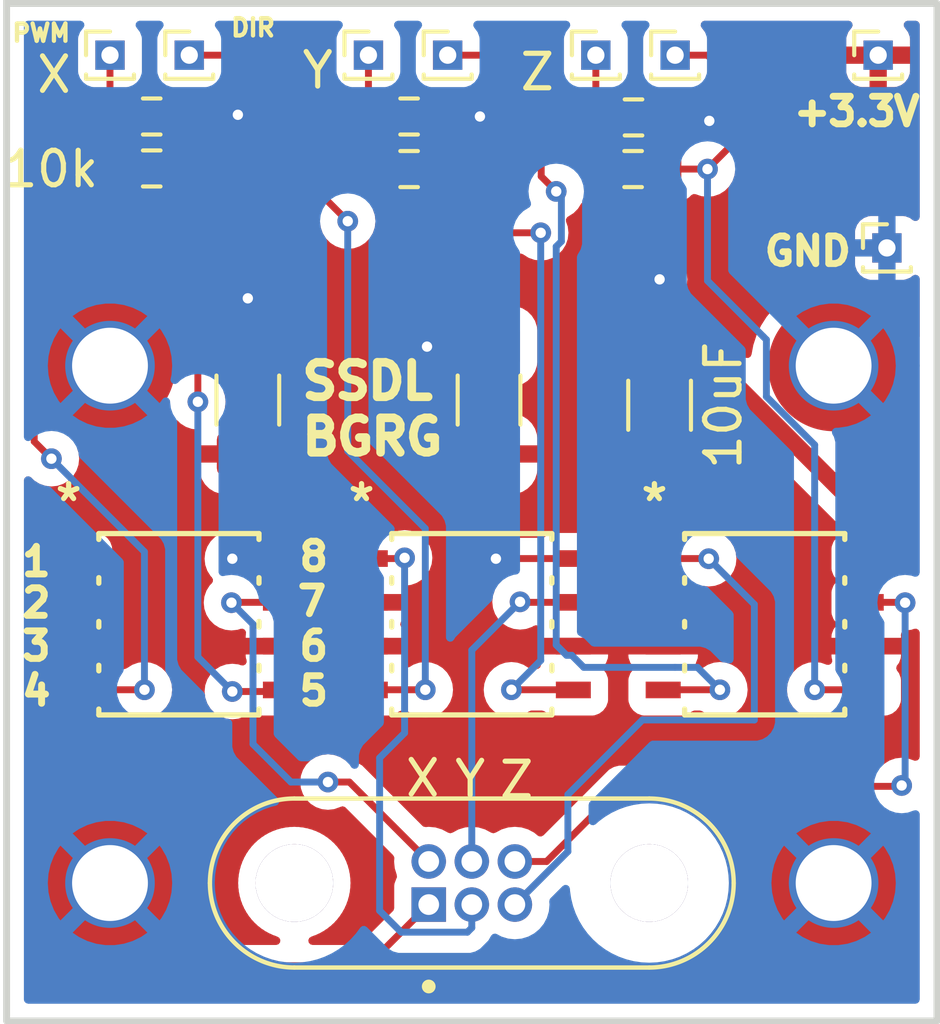
<source format=kicad_pcb>
(kicad_pcb
	(version 20240108)
	(generator "pcbnew")
	(generator_version "8.0")
	(general
		(thickness 1.6)
		(legacy_teardrops no)
	)
	(paper "A4")
	(layers
		(0 "F.Cu" signal)
		(31 "B.Cu" signal)
		(32 "B.Adhes" user "B.Adhesive")
		(33 "F.Adhes" user "F.Adhesive")
		(34 "B.Paste" user)
		(35 "F.Paste" user)
		(36 "B.SilkS" user "B.Silkscreen")
		(37 "F.SilkS" user "F.Silkscreen")
		(38 "B.Mask" user)
		(39 "F.Mask" user)
		(40 "Dwgs.User" user "User.Drawings")
		(41 "Cmts.User" user "User.Comments")
		(42 "Eco1.User" user "User.Eco1")
		(43 "Eco2.User" user "User.Eco2")
		(44 "Edge.Cuts" user)
		(45 "Margin" user)
		(46 "B.CrtYd" user "B.Courtyard")
		(47 "F.CrtYd" user "F.Courtyard")
		(48 "B.Fab" user)
		(49 "F.Fab" user)
		(50 "User.1" user)
		(51 "User.2" user)
		(52 "User.3" user)
		(53 "User.4" user)
		(54 "User.5" user)
		(55 "User.6" user)
		(56 "User.7" user)
		(57 "User.8" user)
		(58 "User.9" user)
	)
	(setup
		(pad_to_mask_clearance 0)
		(allow_soldermask_bridges_in_footprints no)
		(pcbplotparams
			(layerselection 0x00010fc_ffffffff)
			(plot_on_all_layers_selection 0x0000000_00000000)
			(disableapertmacros no)
			(usegerberextensions no)
			(usegerberattributes yes)
			(usegerberadvancedattributes yes)
			(creategerberjobfile yes)
			(dashed_line_dash_ratio 12.000000)
			(dashed_line_gap_ratio 3.000000)
			(svgprecision 4)
			(plotframeref no)
			(viasonmask no)
			(mode 1)
			(useauxorigin no)
			(hpglpennumber 1)
			(hpglpenspeed 20)
			(hpglpendiameter 15.000000)
			(pdf_front_fp_property_popups yes)
			(pdf_back_fp_property_popups yes)
			(dxfpolygonmode yes)
			(dxfimperialunits yes)
			(dxfusepcbnewfont yes)
			(psnegative no)
			(psa4output no)
			(plotreference yes)
			(plotvalue yes)
			(plotfptext yes)
			(plotinvisibletext no)
			(sketchpadsonfab no)
			(subtractmaskfromsilk no)
			(outputformat 1)
			(mirror no)
			(drillshape 1)
			(scaleselection 1)
			(outputdirectory "")
		)
	)
	(net 0 "")
	(net 1 "+3.3V")
	(net 2 "GND")
	(net 3 "Y_DIR_in")
	(net 4 "Y_PWM_in")
	(net 5 "Z_PWM_in")
	(net 6 "Z_DIR_in")
	(net 7 "X_PWM_in")
	(net 8 "X_DIR_in")
	(net 9 "Y_Torquer_Plus")
	(net 10 "Y_Torquer_minus")
	(net 11 "Z_Torquer_Plus")
	(net 12 "Z_Torquer_minus")
	(net 13 "X_Torquer_minus")
	(net 14 "X_Torquer_Plus")
	(footprint "Connector_PinHeader_1.00mm:PinHeader_1x01_P1.00mm_Vertical" (layer "F.Cu") (at 165.3 127))
	(footprint "Capacitor_SMD:C_1206_3216Metric_Pad1.33x1.80mm_HandSolder" (layer "F.Cu") (at 174 137 90))
	(footprint "G125-MV10605M2P:HARWIN_G125-MV10605M2P" (layer "F.Cu") (at 173.5 151.0032))
	(footprint "MountingHole:MountingHole_2.2mm_M2_DIN965_Pad_TopOnly" (layer "F.Cu") (at 184 151.0032))
	(footprint "Connector_PinHeader_1.00mm:PinHeader_1x01_P1.00mm_Vertical" (layer "F.Cu") (at 177.1 127))
	(footprint "Connector_PinHeader_1.00mm:PinHeader_1x01_P1.00mm_Vertical" (layer "F.Cu") (at 185.293 127))
	(footprint "Connector_PinHeader_1.00mm:PinHeader_1x01_P1.00mm_Vertical" (layer "F.Cu") (at 185.547 132.588))
	(footprint "Capacitor_SMD:C_1206_3216Metric_Pad1.33x1.80mm_HandSolder" (layer "F.Cu") (at 167 137 90))
	(footprint "Capacitor_SMD:C_1206_3216Metric_Pad1.33x1.80mm_HandSolder" (layer "F.Cu") (at 178.95 137.15 90))
	(footprint "MountingHole:MountingHole_2.2mm_M2_DIN965_Pad_TopOnly" (layer "F.Cu") (at 163 151.0032))
	(footprint "Resistor_SMD:R_0603_1608Metric_Pad0.98x0.95mm_HandSolder" (layer "F.Cu") (at 164.211 130.284 180))
	(footprint "Resistor_SMD:R_0603_1608Metric_Pad0.98x0.95mm_HandSolder" (layer "F.Cu") (at 178.181 130.302 180))
	(footprint "Connector_PinHeader_1.00mm:PinHeader_1x01_P1.00mm_Vertical" (layer "F.Cu") (at 172.8 127))
	(footprint "MountingHole:MountingHole_2.2mm_M2_DIN965_Pad_TopOnly" (layer "F.Cu") (at 184 136.0032))
	(footprint "Connector_PinHeader_1.00mm:PinHeader_1x01_P1.00mm_Vertical" (layer "F.Cu") (at 179.4 127))
	(footprint "footprints:SOP8_ROM" (layer "F.Cu") (at 165 143.5))
	(footprint "footprints:SOP8_ROM" (layer "F.Cu") (at 173.5 143.5))
	(footprint "MountingHole:MountingHole_2.2mm_M2_DIN965_Pad_TopOnly" (layer "F.Cu") (at 163 136.0032))
	(footprint "footprints:SOP8_ROM" (layer "F.Cu") (at 182 143.5))
	(footprint "Resistor_SMD:R_0603_1608Metric_Pad0.98x0.95mm_HandSolder" (layer "F.Cu") (at 164.211 128.778))
	(footprint "Connector_PinHeader_1.00mm:PinHeader_1x01_P1.00mm_Vertical" (layer "F.Cu") (at 163 127))
	(footprint "Connector_PinHeader_1.00mm:PinHeader_1x01_P1.00mm_Vertical" (layer "F.Cu") (at 170.5 127))
	(footprint "Resistor_SMD:R_0603_1608Metric_Pad0.98x0.95mm_HandSolder" (layer "F.Cu") (at 171.6805 128.778))
	(footprint "Resistor_SMD:R_0603_1608Metric_Pad0.98x0.95mm_HandSolder" (layer "F.Cu") (at 171.6805 130.302 180))
	(footprint "Resistor_SMD:R_0603_1608Metric_Pad0.98x0.95mm_HandSolder" (layer "F.Cu") (at 178.193 128.805))
	(gr_rect
		(start 160 125.5)
		(end 187 155.0032)
		(stroke
			(width 0.2)
			(type default)
		)
		(fill none)
		(layer "Edge.Cuts")
		(uuid "88988f1d-d29f-4f45-a68c-2a7b6e8c7d04")
	)
	(gr_text "2\n"
		(at 160.35 143.35 0)
		(layer "F.SilkS")
		(uuid "0259fa55-3850-4682-bafe-b5700d72ca69")
		(effects
			(font
				(size 0.8 0.8)
				(thickness 0.2)
				(bold yes)
			)
			(justify left bottom)
		)
	)
	(gr_text "X\n"
		(at 171.5 148.55 0)
		(layer "F.SilkS")
		(uuid "110cb6e2-8bcd-439e-8d50-03b4778d6494")
		(effects
			(font
				(size 1 1)
				(thickness 0.15)
			)
			(justify left bottom)
		)
	)
	(gr_text "PWM\n"
		(at 160.1 126.65 0)
		(layer "F.SilkS")
		(uuid "27f60b43-4800-42aa-932b-dbc93bf7868e")
		(effects
			(font
				(size 0.5 0.5)
				(thickness 0.125)
			)
			(justify left bottom)
		)
	)
	(gr_text "1"
		(at 160.35 142.15 0)
		(layer "F.SilkS")
		(uuid "3284df2c-27a4-45c2-9cbb-0281c732423e")
		(effects
			(font
				(size 0.8 0.8)
				(thickness 0.2)
				(bold yes)
			)
			(justify left bottom)
		)
	)
	(gr_text "8"
		(at 168.4 142 0)
		(layer "F.SilkS")
		(uuid "34ff3279-dfaf-4c66-861f-316da624f1bf")
		(effects
			(font
				(size 0.8 0.8)
				(thickness 0.2)
				(bold yes)
			)
			(justify left bottom)
		)
	)
	(gr_text "Y\n"
		(at 172.925 148.575 0)
		(layer "F.SilkS")
		(uuid "444d1261-51c2-4beb-9aae-d4bc047efef0")
		(effects
			(font
				(size 1 1)
				(thickness 0.15)
			)
			(justify left bottom)
		)
	)
	(gr_text "+3.3V"
		(at 182.75 129.1 0)
		(layer "F.SilkS")
		(uuid "47372a42-b550-45c5-b026-315101e80744")
		(effects
			(font
				(size 0.8 0.8)
				(thickness 0.2)
				(bold yes)
			)
			(justify left bottom)
		)
	)
	(gr_text "7"
		(at 168.35 143.3 0)
		(layer "F.SilkS")
		(uuid "5728bd13-b205-482f-bc4b-53d79850fb3e")
		(effects
			(font
				(size 0.8 0.8)
				(thickness 0.2)
				(bold yes)
			)
			(justify left bottom)
		)
	)
	(gr_text "3\n"
		(at 160.35 144.6 0)
		(layer "F.SilkS")
		(uuid "71d1d1c0-28bb-410a-8f62-d3bb06f2f8c6")
		(effects
			(font
				(size 0.8 0.8)
				(thickness 0.2)
				(bold yes)
			)
			(justify left bottom)
		)
	)
	(gr_text "X\n"
		(at 160.8 128.15 0)
		(layer "F.SilkS")
		(uuid "7d89e45b-1779-4d2d-a7d1-c2cdf029142a")
		(effects
			(font
				(size 1 1)
				(thickness 0.15)
			)
			(justify left bottom)
		)
	)
	(gr_text "SSDL \nBGRG "
		(at 168.45 138.65 0)
		(layer "F.SilkS")
		(uuid "aa5f303a-6ee3-4ae3-8664-473a7a5187aa")
		(effects
			(font
				(size 1 1)
				(thickness 0.25)
				(bold yes)
			)
			(justify left bottom)
		)
	)
	(gr_text "GND"
		(at 181.9 133.15 0)
		(layer "F.SilkS")
		(uuid "aae640d9-9aa1-417f-8bc6-f0e4dac96d79")
		(effects
			(font
				(size 0.8 0.8)
				(thickness 0.2)
				(bold yes)
			)
			(justify left bottom)
		)
	)
	(gr_text "5"
		(at 168.4 145.9 0)
		(layer "F.SilkS")
		(uuid "b6507938-2256-46fe-bed2-9b012e032df7")
		(effects
			(font
				(size 0.8 0.8)
				(thickness 0.2)
				(bold yes)
			)
			(justify left bottom)
		)
	)
	(gr_text "6\n"
		(at 168.4 144.6 0)
		(layer "F.SilkS")
		(uuid "bb7b5fa6-f6e8-4bc5-88c7-80bb220aef7d")
		(effects
			(font
				(size 0.8 0.8)
				(thickness 0.2)
				(bold yes)
			)
			(justify left bottom)
		)
	)
	(gr_text "4\n"
		(at 160.35 145.9 0)
		(layer "F.SilkS")
		(uuid "d043dc49-82a8-4ff9-8358-4ce08020278c")
		(effects
			(font
				(size 0.8 0.8)
				(thickness 0.2)
				(bold yes)
			)
			(justify left bottom)
		)
	)
	(gr_text "Z\n"
		(at 174.225 148.6 0)
		(layer "F.SilkS")
		(uuid "e787d211-7e58-47d4-992f-04acba03b7bc")
		(effects
			(font
				(size 1 1)
				(thickness 0.15)
			)
			(justify left bottom)
		)
	)
	(gr_text "Y\n"
		(at 168.5 128.025 0)
		(layer "F.SilkS")
		(uuid "f242539b-347d-42b4-97b0-2eff86b7edd7")
		(effects
			(font
				(size 1 1)
				(thickness 0.15)
			)
			(justify left bottom)
		)
	)
	(gr_text "DIR\n\n"
		(at 166.45 127.3 0)
		(layer "F.SilkS")
		(uuid "f38fc86d-0f55-4e10-8d74-0781b70c1bec")
		(effects
			(font
				(size 0.5 0.5)
				(thickness 0.125)
			)
			(justify left bottom)
		)
	)
	(gr_text "Z"
		(at 174.825 128.075 0)
		(layer "F.SilkS")
		(uuid "fb6f7ff5-92a7-40b4-9f52-d7ff2205c4eb")
		(effects
			(font
				(size 1 1)
				(thickness 0.15)
			)
			(justify left bottom)
		)
	)
	(segment
		(start 173.736 128.778)
		(end 172.593 128.778)
		(width 0.2)
		(layer "F.Cu")
		(net 2)
		(uuid "143ae8ae-9799-49e1-bb86-fc0085aa80bd")
	)
	(segment
		(start 173.9875 135.45)
		(end 174 135.4375)
		(width 0.2)
		(layer "F.Cu")
		(net 2)
		(uuid "180eed2d-0e48-41af-84ae-9ee633ba49b5")
	)
	(segment
		(start 172.2 135.45)
		(end 173.9875 135.45)
		(width 0.5)
		(layer "F.Cu")
		(net 2)
		(uuid "19b4bd8e-2463-4d9c-8ac1-a467e5473a2a")
	)
	(segment
		(start 180.1875 135.5875)
		(end 178.95 135.5875)
		(width 0.5)
		(layer "F.Cu")
		(net 2)
		(uuid "1c442a75-2dee-4cc8-b889-2aa77ba46bd6")
	)
	(segment
		(start 180.393 128.905)
		(end 178.943 128.905)
		(width 0.2)
		(layer "F.Cu")
		(net 2)
		(uuid "283a2566-80e3-4f48-b659-9b3afbe9bc87")
	)
	(segment
		(start 178.7655 128.805)
		(end 177.2685 130.302)
		(width 0.2)
		(layer "F.Cu")
		(net 2)
		(uuid "29e9e514-2e45-4ba9-aebe-179dc2b240d0")
	)
	(segment
		(start 184.9464 140.3464)
		(end 180.1875 135.5875)
		(width 0.5)
		(layer "F.Cu")
		(net 2)
		(uuid "2e17a3d7-07c7-4e37-8c99-894385b07b84")
	)
	(segment
		(start 165.1235 128.778)
		(end 164.8045 128.778)
		(width 0.2)
		(layer "F.Cu")
		(net 2)
		(uuid "2ffefbec-0035-4252-a5b3-d96dfd66d91e")
	)
	(segment
		(start 184.9464 141.595)
		(end 184.9464 140.3464)
		(width 0.5)
		(layer "F.Cu")
		(net 2)
		(uuid "3796965b-11f6-4dd6-b762-2cef74ba18db")
	)
	(segment
		(start 166.711 128.728)
		(end 165.1735 128.728)
		(width 0.2)
		(layer "F.Cu")
		(net 2)
		(uuid "4506cf7f-a80d-4c20-8b06-9f7973499430")
	)
	(segment
		(start 178.95 135.5875)
		(end 178.95 133.5)
		(width 0.5)
		(layer "F.Cu")
		(net 2)
		(uuid "482ff9b3-f811-4146-9678-0f8c1ad35cd2")
	)
	(segment
		(start 178.943 128.905)
		(end 178.893 128.955)
		(width 0.2)
		(layer "F.Cu")
		(net 2)
		(uuid "555c476e-c416-45b9-8e02-d51afe2d67a5")
	)
	(segment
		(start 165.1735 128.728)
		(end 165.1235 128.778)
		(width 0.2)
		(layer "F.Cu")
		(net 2)
		(uuid "8a8896c8-f059-4138-961b-4fb1ca21a03b")
	)
	(segment
		(start 164.8045 128.778)
		(end 163.2985 130.284)
		(width 0.2)
		(layer "F.Cu")
		(net 2)
		(uuid "a5e90e08-aae5-4967-9264-436a3742a275")
	)
	(segment
		(start 167.9414 141.6)
		(end 167.9464 141.595)
		(width 0.2)
		(layer "F.Cu")
		(net 2)
		(uuid "aec7db20-ca49-4504-a1cc-5c4d0cc83601")
	)
	(segment
		(start 172.593 128.778)
		(end 171.069 130.302)
		(width 0.2)
		(layer "F.Cu")
		(net 2)
		(uuid "cd09f81f-b431-4e55-9cd3-7b582c5eef66")
	)
	(segment
		(start 174.205 141.595)
		(end 176.4464 141.595)
		(width 0.2)
		(layer "F.Cu")
		(net 2)
		(uuid "d89369a8-29fb-43b8-ae9e-ba986f36a58c")
	)
	(segment
		(start 174.2 141.6)
		(end 174.205 141.595)
		(width 0.2)
		(layer "F.Cu")
		(net 2)
		(uuid "e621f72f-d499-4ceb-b0b3-1d4689968c99")
	)
	(segment
		(start 179.1055 128.805)
		(end 178.7655 128.805)
		(width 0.2)
		(layer "F.Cu")
		(net 2)
		(uuid "e6ae2855-b3d5-4d64-950b-75587cb6a5c5")
	)
	(segment
		(start 171.069 130.302)
		(end 170.768 130.302)
		(width 0.2)
		(layer "F.Cu")
		(net 2)
		(uuid "ececf2a2-a0ee-47cc-9dfc-e23e1c85270f")
	)
	(segment
		(start 166.55 141.6)
		(end 167.9414 141.6)
		(width 0.2)
		(layer "F.Cu")
		(net 2)
		(uuid "f274671f-6fc0-4cb5-8205-ea2a95872ab3")
	)
	(segment
		(start 167 135.4375)
		(end 167 134.05)
		(width 0.5)
		(layer "F.Cu")
		(net 2)
		(uuid "fd1e69f0-28ae-47bc-b988-a876ed4c81bc")
	)
	(via
		(at 178.95 133.5)
		(size 0.6)
		(drill 0.3)
		(layers "F.Cu" "B.Cu")
		(net 2)
		(uuid "034530f2-3a89-4ded-9ad7-b3c53892271d")
	)
	(via
		(at 166.711 128.728)
		(size 0.6)
		(drill 0.3)
		(layers "F.Cu" "B.Cu")
		(free yes)
		(net 2)
		(uuid "20d975e0-b031-45f0-8259-2d40b1ee2807")
	)
	(via
		(at 167 134.05)
		(size 0.6)
		(drill 0.3)
		(layers "F.Cu" "B.Cu")
		(net 2)
		(uuid "51034606-3dd1-4a61-bd08-108ad34e0311")
	)
	(via
		(at 172.2 135.45)
		(size 0.6)
		(drill 0.3)
		(layers "F.Cu" "B.Cu")
		(free yes)
		(net 2)
		(uuid "64b6d159-a226-4da9-b088-704e88529f2c")
	)
	(via
		(at 166.55 141.6)
		(size 0.6)
		(drill 0.3)
		(layers "F.Cu" "B.Cu")
		(free yes)
		(net 2)
		(uuid "7ceccf1c-f0c6-4a4c-bab8-418f9f7c671a")
	)
	(via
		(at 180.393 128.905)
		(size 0.6)
		(drill 0.3)
		(layers "F.Cu" "B.Cu")
		(free yes)
		(net 2)
		(uuid "85db1c34-3493-4793-a0d4-d964731c0534")
	)
	(via
		(at 174.2 141.6)
		(size 0.6)
		(drill 0.3)
		(layers "F.Cu" "B.Cu")
		(free yes)
		(net 2)
		(uuid "9e011ff1-390a-48c8-820d-fa83d93bee35")
	)
	(via
		(at 173.736 128.778)
		(size 0.6)
		(drill 0.3)
		(layers "F.Cu" "B.Cu")
		(free yes)
		(net 2)
		(uuid "f94d0f02-f38e-4767-ae45-a8c0d159058d")
	)
	(segment
		(start 186.3968 136.0032)
		(end 186.4 136)
		(width 0.2)
		(layer "B.Cu")
		(net 2)
		(uuid "332d6061-e610-48b1-96da-ae37f56cb6d1")
	)
	(segment
		(start 172.593 130.302)
		(end 172.593 131.191)
		(width 0.2)
		(layer "F.Cu")
		(net 3)
		(uuid "09d1e59d-a2f9-4651-a05f-fb8b8d201ec7")
	)
	(segment
		(start 174.371 127)
		(end 174.879 127.508)
		(width 0.2)
		(layer "F.Cu")
		(net 3)
		(uuid "0ba726f3-8968-405d-808b-c68107255b28")
	)
	(segment
		(start 173.99 130.302)
		(end 172.593 130.302)
		(width 0.2)
		(layer "F.Cu")
		(net 3)
		(uuid "120a4f05-edd5-465c-98ae-8729c1df5214")
	)
	(segment
		(start 174.879 129.413)
		(end 173.99 130.302)
		(width 0.2)
		(layer "F.Cu")
		(net 3)
		(uuid "17b0e1e4-df82-461b-b1d2-e69cdf9944db")
	)
	(segment
		(start 174.879 127.508)
		(end 174.879 129.413)
		(width 0.2)
		(layer "F.Cu")
		(net 3)
		(uuid "2249e9f3-8bb5-4ff4-ac76-292bbe9eeafe")
	)
	(segment
		(start 172.593 131.191)
		(end 173.552 132.15)
		(width 0.2)
		(layer "F.Cu")
		(net 3)
		(uuid "2b72e1e3-52fe-40c0-a171-16ff01ce6032")
	)
	(segment
		(start 172.8 127)
		(end 174.371 127)
		(width 0.2)
		(layer "F.Cu")
		(net 3)
		(uuid "52ffcdb8-851d-4403-bee6-31a1f79056e3")
	)
	(segment
		(start 174.65 145.4)
		(end 176.4414 145.4)
		(width 0.2)
		(layer "F.Cu")
		(net 3)
		(uuid "53a440b0-a69f-491e-af47-5d30d7aae0c8")
	)
	(segment
		(start 173.552 132.15)
		(end 175.5 132.15)
		(width 0.2)
		(layer "F.Cu")
		(net 3)
		(uuid "90258b63-b5aa-4b01-8638-a0f29c657de4")
	)
	(segment
		(start 176.4414 145.4)
		(end 176.4464 145.405)
		(width 0.2)
		(layer "F.Cu")
		(net 3)
		(uuid "a9c69759-9705-42d6-992f-4f2482ae6036")
	)
	(via
		(at 175.5 132.15)
		(size 0.6)
		(drill 0.3)
		(layers "F.Cu" "B.Cu")
		(net 3)
		(uuid "1e5f420e-b1ae-4eb8-8900-9b485ad88188")
	)
	(via
		(at 174.65 145.4)
		(size 0.6)
		(drill 0.3)
		(layers "F.Cu" "B.Cu")
		(net 3)
		(uuid "907bd23a-eb4c-46f1-b1a6-47be216e5a9e")
	)
	(segment
		(start 175.5 132.15)
		(end 175.5 144.55)
		(width 0.2)
		(layer "B.Cu")
		(net 3)
		(uuid "17e90177-66a4-4412-8be3-01b692aa91eb")
	)
	(segment
		(start 175.5 144.55)
		(end 174.65 145.4)
		(width 0.2)
		(layer "B.Cu")
		(net 3)
		(uuid "cfbd2074-3f77-44b3-a878-6e21d0bb9df9")
	)
	(segment
		(start 170.768 128.778)
		(end 169.926 128.778)
		(width 0.2)
		(layer "F.Cu")
		(net 4)
		(uuid "37c94e7b-b412-4bde-b691-92f9e158edc1")
	)
	(segment
		(start 170.5 128.51)
		(end 170.768 128.778)
		(width 0.2)
		(layer "F.Cu")
		(net 4)
		(uuid "40f43611-679b-4142-825f-5800734ee4fb")
	)
	(segment
		(start 169.291 129.413)
		(end 169.291 131.204524)
		(width 0.2)
		(layer "F.Cu")
		(net 4)
		(uuid "4dd3921b-81f1-4118-8e15-8ad819336eaa")
	)
	(segment
		(start 172.15 145.4)
		(end 170.5586 145.4)
		(width 0.2)
		(layer "F.Cu")
		(net 4)
		(uuid "6f33c732-b806-4603-8c2e-bf9aa6687131")
	)
	(segment
		(start 170.5 127)
		(end 170.5 128.51)
		(width 0.2)
		(layer "F.Cu")
		(net 4)
		(uuid "7367f3f9-a6e9-4c66-839d-ab5d8e9aebfc")
	)
	(segment
		(start 169.926 128.778)
		(end 169.291 129.413)
		(width 0.2)
		(layer "F.Cu")
		(net 4)
		(uuid "79ed1aa5-b54d-4dfc-bfd8-882c29d84aac")
	)
	(segment
		(start 170.5586 145.4)
		(end 170.5536 145.405)
		(width 0.2)
		(layer "F.Cu")
		(net 4)
		(uuid "90d893ab-b3c3-4e32-b2c9-569f15743124")
	)
	(segment
		(start 169.291 131.204524)
		(end 169.9 131.813524)
		(width 0.2)
		(layer "F.Cu")
		(net 4)
		(uuid "c32e6b92-d70c-44fe-b545-22ec80f167e7")
	)
	(via
		(at 169.9 131.813524)
		(size 0.6)
		(drill 0.3)
		(layers "F.Cu" "B.Cu")
		(net 4)
		(uuid "32a3c61d-3bf0-4153-a8eb-a0fb7a8d6bbf")
	)
	(via
		(at 172.15 145.4)
		(size 0.6)
		(drill 0.3)
		(layers "F.Cu" "B.Cu")
		(net 4)
		(uuid "f59f9519-84a7-4cdb-a846-7900489f2323")
	)
	(segment
		(start 172.15 140.725)
		(end 169.9 138.475)
		(width 0.2)
		(layer "B.Cu")
		(net 4)
		(uuid "144d8446-a202-4595-b1af-c43f61834285")
	)
	(segment
		(start 169.9 131.813524)
		(end 169.9 138.475)
		(width 0.2)
		(layer "B.Cu")
		(net 4)
		(uuid "c1b75b08-1323-443a-95e3-c6444cb94d2f")
	)
	(segment
		(start 172.15 145.4)
		(end 172.15 140.725)
		(width 0.2)
		(layer "B.Cu")
		(net 4)
		(uuid "cb0cb438-0277-4b1d-b509-acc01c1062f8")
	)
	(segment
		(start 175.514 129.667)
		(end 175.514 130.514)
		(width 0.2)
		(layer "F.Cu")
		(net 5)
		(uuid "0afe8000-5c3c-4f73-bec4-9458dca4e5d4")
	)
	(segment
		(start 177.1 128.85)
		(end 177.4 129.15)
		(width 0.2)
		(layer "F.Cu")
		(net 5)
		(uuid "489ee6aa-281b-4609-ad4f-90ba2fe6c798")
	)
	(segment
		(start 179.0586 145.4)
		(end 179.0536 145.405)
		(width 0.2)
		(layer "F.Cu")
		(net 5)
		(uuid "49da7d5f-ff17-4d18-b85c-05c4d2430cff")
	)
	(segment
		(start 175.514 130.514)
		(end 175.95 130.95)
		(width 0.2)
		(layer "F.Cu")
		(net 5)
		(uuid "56290502-a01f-40b5-89fa-64d2df4b1563")
	)
	(segment
		(start 177.1 128.6245)
		(end 177.2805 128.805)
		(width 0.2)
		(layer "F.Cu")
		(net 5)
		(uuid "74f30a17-1e52-4f54-902d-1055eebb4509")
	)
	(segment
		(start 177.1 127)
		(end 177.1 128.6245)
		(width 0.2)
		(layer "F.Cu")
		(net 5)
		(uuid "d3c917da-15e3-4c69-8385-ffb7d770b75e")
	)
	(segment
		(start 177.2805 128.805)
		(end 176.376 128.805)
		(width 0.2)
		(layer "F.Cu")
		(net 5)
		(uuid "d655349e-7a14-4589-9ec9-a86c1623c892")
	)
	(segment
		(start 176.376 128.805)
		(end 175.514 129.667)
		(width 0.2)
		(layer "F.Cu")
		(net 5)
		(uuid "e6e87f55-99f8-4f9c-b26d-e2cbfd6d9bbe")
	)
	(segment
		(start 180.7 145.4)
		(end 179.0586 145.4)
		(width 0.2)
		(layer "F.Cu")
		(net 5)
		(uuid "ed71b605-5986-4c3b-b2c1-ceb42b203b50")
	)
	(via
		(at 175.95 130.95)
		(size 0.6)
		(drill 0.3)
		(layers "F.Cu" "B.Cu")
		(net 5)
		(uuid "df879a67-5d46-45b6-b668-7f07a2c80ba1")
	)
	(via
		(at 180.7 145.4)
		(size 0.6)
		(drill 0.3)
		(layers "F.Cu" "B.Cu")
		(net 5)
		(uuid "e17488e6-82eb-451f-972e-057d994fb957")
	)
	(segment
		(start 175.95 130.95)
		(end 176.1 131.1)
		(width 0.2)
		(layer "B.Cu")
		(net 5)
		(uuid "0570963b-f6a7-41a6-9af3-8735ebe5eed7")
	)
	(segment
		(start 176.75 144.75)
		(end 179.4 144.75)
		(width 0.2)
		(layer "B.Cu")
		(net 5)
		(uuid "198365c5-ea24-4fcf-a6ae-6185a9007763")
	)
	(segment
		(start 175.95 132.548529)
		(end 175.95 144.1)
		(width 0.2)
		(layer "B.Cu")
		(net 5)
		(uuid "1f157779-0ac2-4a68-aae4-e5c067fae02b")
	)
	(segment
		(start 176.25 144.4)
		(end 176.4 144.4)
		(width 0.2)
		(layer "B.Cu")
		(net 5)
		(uuid "60a6f94f-11a3-4a5d-bf30-26d12b243ee3")
	)
	(segment
		(start 176.4 144.4)
		(end 176.75 144.75)
		(width 0.2)
		(layer "B.Cu")
		(net 5)
		(uuid "a3aa8871-ae00-4cb8-9794-664e6c59192b")
	)
	(segment
		(start 176.1 132.398529)
		(end 175.95 132.548529)
		(width 0.2)
		(layer "B.Cu")
		(net 5)
		(uuid "a8b78410-3da7-4279-8d03-dac565a3bdb8")
	)
	(segment
		(start 175.95 144.1)
		(end 176.25 144.4)
		(width 0.2)
		(layer "B.Cu")
		(net 5)
		(uuid "c9f5874b-f54b-41c9-97f4-9828651096c2")
	)
	(segment
		(start 179.4 144.75)
		(end 180.05 144.75)
		(width 0.2)
		(layer "B.Cu")
		(net 5)
		(uuid "dc003cae-4008-4655-94ee-84b289cc90a3")
	)
	(segment
		(start 176.1 131.1)
		(end 176.1 132.398529)
		(width 0.2)
		(layer "B.Cu")
		(net 5)
		(uuid "f798f0f8-2ed3-4543-b7c6-d86a83cc3eac")
	)
	(segment
		(start 180.05 144.75)
		(end 180.7 145.4)
		(width 0.2)
		(layer "B.Cu")
		(net 5)
		(uuid "fd5b2c95-d157-4d6f-a997-a4948ca95e37")
	)
	(segment
		(start 180.34 127)
		(end 181.61 128.27)
		(width 0.2)
		(layer "F.Cu")
		(net 6)
		(uuid "11266225-bba5-46c6-9d49-93cf3ba47ee3")
	)
	(segment
		(start 179.0935 130.302)
		(end 180.34 130.302)
		(width 0.2)
		(layer "F.Cu")
		(net 6)
		(uuid "42e27766-cb77-43ab-881b-1746c2becb31")
	)
	(segment
		(start 181.61 129.032)
		(end 180.34 130.302)
		(width 0.2)
		(layer "F.Cu")
		(net 6)
		(uuid "44c7eb94-b5a6-4f22-9535-def11b0b657d")
	)
	(segment
		(start 179.4 127)
		(end 180.34 127)
		(width 0.2)
		(layer "F.Cu")
		(net 6)
		(uuid "4f2a5dee-b0de-4e82-afc9-3a782663a3de")
	)
	(segment
		(start 181.61 128.27)
		(end 181.61 129.032)
		(width 0.2)
		(layer "F.Cu")
		(net 6)
		(uuid "7f15147c-359e-4e88-9651-5a452a739e17")
	)
	(segment
		(start 184.9414 145.4)
		(end 184.9464 145.405)
		(width 0.2)
		(layer "F.Cu")
		(net 6)
		(uuid "cdb8aecd-b6e9-4738-89bb-9ee0b527f204")
	)
	(segment
		(start 183.45 145.4)
		(end 184.9414 145.4)
		(width 0.2)
		(layer "F.Cu")
		(net 6)
		(uuid "d0cbcf74-bb96-42b6-a04b-400d0ed88964")
	)
	(via
		(at 183.45 145.4)
		(size 0.6)
		(drill 0.3)
		(layers "F.Cu" "B.Cu")
		(net 6)
		(uuid "620d15aa-6671-41fd-a26c-08b00ed533d9")
	)
	(via
		(at 180.34 130.302)
		(size 0.6)
		(drill 0.3)
		(layers "F.Cu" "B.Cu")
		(net 6)
		(uuid "b04edfee-3177-4cbc-bc24-a10db8a480ff")
	)
	(segment
		(start 183.45 138.3)
		(end 183.45 145.4)
		(width 0.2)
		(layer "B.Cu")
		(net 6)
		(uuid "1855d50b-c926-4e60-b198-fd5508fc9797")
	)
	(segment
		(start 182.05 136.9)
		(end 183.45 138.3)
		(width 0.2)
		(layer "B.Cu")
		(net 6)
		(uuid "3d1b9c36-ff9c-4dc8-81e4-6d101b67aafb")
	)
	(segment
		(start 182.05 135.25)
		(end 182.05 136.9)
		(width 0.2)
		(layer "B.Cu")
		(net 6)
		(uuid "8f2103d5-f098-4a7c-90b8-cf353c56b546")
	)
	(segment
		(start 180.34 130.302)
		(end 180.34 133.54)
		(width 0.2)
		(layer "B.Cu")
		(net 6)
		(uuid "9c581f3f-9d2f-4c48-82ab-74cbd6423f00")
	)
	(segment
		(start 181.9595 135.1595)
		(end 182.05 135.25)
		(width 0.2)
		(layer "B.Cu")
		(net 6)
		(uuid "b016a403-b791-49ff-8a14-10f1727c241b")
	)
	(segment
		(start 180.34 133.54)
		(end 181.9595 135.1595)
		(width 0.2)
		(layer "B.Cu")
		(net 6)
		(uuid "dac00aa1-3599-4a58-ae5c-f81871527d10")
	)
	(segment
		(start 163 127)
		(end 163 128.4795)
		(width 0.2)
		(layer "F.Cu")
		(net 7)
		(uuid "01202b2b-50d4-4591-9c53-9a94dd323aef")
	)
	(segment
		(start 160.8 130.411)
		(end 160.8 138.2)
		(width 0.2)
		(layer "F.Cu")
		(net 7)
		(uuid "09592e70-9eb9-4295-8105-ebcc58a4db9d")
	)
	(segment
		(start 163.2985 128.778)
		(end 162.433 128.778)
		(width 0.2)
		(layer "F.Cu")
		(net 7)
		(uuid "3c6f0de3-a502-4bc5-8bbe-9ca558ee4923")
	)
	(segment
		(start 163 128.4795)
		(end 163.2985 128.778)
		(width 0.2)
		(layer "F.Cu")
		(net 7)
		(uuid "4260dd3b-c7cd-494b-82f9-00b1866dd785")
	)
	(segment
		(start 162.0586 145.4)
		(end 162.0536 145.405)
		(width 0.2)
		(layer "F.Cu")
		(net 7)
		(uuid "525d600e-86ad-4348-ad74-85941e63aece")
	)
	(segment
		(start 162.433 128.778)
		(end 160.8 130.411)
		(width 0.2)
		(layer "F.Cu")
		(net 7)
		(uuid "857a83ca-3224-4be2-8438-a7266eb85290")
	)
	(segment
		(start 164 145.4)
		(end 162.0586 145.4)
		(width 0.2)
		(layer "F.Cu")
		(net 7)
		(uuid "e229b71b-b0a6-423e-ac71-44086b035543")
	)
	(segment
		(start 160.8 138.2)
		(end 161.3 138.7)
		(width 0.2)
		(layer "F.Cu")
		(net 7)
		(uuid "e406fb30-1189-4d04-ad73-91d4c5572b53")
	)
	(via
		(at 161.3 138.7)
		(size 0.6)
		(drill 0.3)
		(layers "F.Cu" "B.Cu")
		(net 7)
		(uuid "1fcc5f91-a1e8-4687-bc9f-cb228ad29f73")
	)
	(via
		(at 164 145.4)
		(size 0.6)
		(drill 0.3)
		(layers "F.Cu" "B.Cu")
		(net 7)
		(uuid "80fd65c2-215e-4424-9213-61fca40edd4d")
	)
	(segment
		(start 161.3 138.7)
		(end 164 141.4)
		(width 0.2)
		(layer "B.Cu")
		(net 7)
		(uuid "90433e4a-bbe2-4a7d-b4c7-d365e51f0e98")
	)
	(segment
		(start 164 141.4)
		(end 164 145.4)
		(width 0.2)
		(layer "B.Cu")
		(net 7)
		(uuid "c7dbc0cd-6a06-4b72-b2b7-7beea6e588eb")
	)
	(segment
		(start 167.386 130.302)
		(end 167.368 130.284)
		(width 0.2)
		(layer "F.Cu")
		(net 8)
		(uuid "1c906172-3286-473d-a6f5-a65c7bbd90d7")
	)
	(segment
		(start 165.1235 135.408244)
		(end 165.55 135.834744)
		(width 0.2)
		(layer "F.Cu")
		(net 8)
		(uuid "24ad1e4c-94f0-4aca-a23f-b4c68e6fb180")
	)
	(segment
		(start 166.85 127)
		(end 168.15 128.3)
		(width 0.2)
		(layer "F.Cu")
		(net 8)
		(uuid "2cf883ff-fde8-445a-9ffb-814c85ce0017")
	)
	(segment
		(start 165.3 127)
		(end 166.85 127)
		(width 0.2)
		(layer "F.Cu")
		(net 8)
		(uuid "31d0b06e-a1d6-4d20-801d-f786071ff73b")
	)
	(segment
		(start 165.55 135.834744)
		(end 165.55 137.05)
		(width 0.2)
		(layer "F.Cu")
		(net 8)
		(uuid "57882812-4081-47c9-91fd-c2322954cc0e")
	)
	(segment
		(start 168.15 129.538)
		(end 167.386 130.302)
		(width 0.2)
		(layer "F.Cu")
		(net 8)
		(uuid "5b678183-8676-4852-adb9-1d941079c20d")
	)
	(segment
		(start 166.55 145.45)
		(end 167.9014 145.45)
		(width 0.2)
		(layer "F.Cu")
		(net 8)
		(uuid "8a75aaaa-1a00-43ea-955b-7ee798538cc8")
	)
	(segment
		(start 167.368 130.284)
		(end 165.1235 130.284)
		(width 0.2)
		(layer "F.Cu")
		(net 8)
		(uuid "ab7cb1c9-cb17-4c92-b6d2-d1724b904b5b")
	)
	(segment
		(start 168.15 128.3)
		(end 168.15 129.538)
		(width 0.2)
		(layer "F.Cu")
		(net 8)
		(uuid "b04b8086-82b3-4ce7-930d-7c6e6b4e0e26")
	)
	(segment
		(start 165.1235 130.284)
		(end 165.1235 135.408244)
		(width 0.2)
		(layer "F.Cu")
		(net 8)
		(uuid "bfe3f580-9660-4376-a8fd-70214cc1764e")
	)
	(segment
		(start 167.9014 145.45)
		(end 167.9464 145.405)
		(width 0.2)
		(layer "F.Cu")
		(net 8)
		(uuid "c96c9925-d29e-4ae5-80bd-86728b3ab2b2")
	)
	(segment
		(start 165.5 137)
		(end 165.55 137.05)
		(width 0.2)
		(layer "F.Cu")
		(net 8)
		(uuid "f2786f18-b962-4db2-9ca8-755fa9d00cb3")
	)
	(via
		(at 166.55 145.45)
		(size 0.6)
		(drill 0.3)
		(layers "F.Cu" "B.Cu")
		(net 8)
		(uuid "e306f31a-f4d7-4b60-8038-59068abf7c7e")
	)
	(via
		(at 165.55 137.05)
		(size 0.6)
		(drill 0.3)
		(layers "F.Cu" "B.Cu")
		(net 8)
		(uuid "fbae2657-3b11-4c5e-8921-374008301b56")
	)
	(segment
		(start 165.55 144.45)
		(end 166.55 145.45)
		(width 0.2)
		(layer "B.Cu")
		(net 8)
		(uuid "33d7af49-368b-47e1-ab7c-254396003178")
	)
	(segment
		(start 165.55 137.05)
		(end 165.55 144.45)
		(width 0.2)
		(layer "B.Cu")
		(net 8)
		(uuid "624c392e-8ae4-4892-88e9-a718691c6ed2")
	)
	(segment
		(start 170.5536 141.595)
		(end 170.92 141.595)
		(width 0.2)
		(layer "F.Cu")
		(net 9)
		(uuid "45a59984-bf3b-48c0-9846-634b91a9676e")
	)
	(segment
		(start 171.53 141.595)
		(end 171.55 141.575)
		(width 0.2)
		(layer "F.Cu")
		(net 9)
		(uuid "a831fd35-d116-43ac-82d6-f0fadb3c6413")
	)
	(segment
		(start 170.5536 141.595)
		(end 171.53 141.595)
		(width 0.2)
		(layer "F.Cu")
		(net 9)
		(uuid "ca5833c0-6371-43b5-9e20-b0134e0a65a5")
	)
	(via
		(at 171.55 141.575)
		(size 0.6)
		(drill 0.3)
		(layers "F.Cu" "B.Cu")
		(net 9)
		(uuid "530f6a4f-6f38-4ac6-a2e6-56d2fec5247b")
	)
	(segment
		(start 170.824265 151.802465)
		(end 171.45 152.4282)
		(width 0.2)
		(layer "B.Cu")
		(net 9)
		(uuid "7fbc4b8d-417d-496b-884d-702ee77672ee")
	)
	(segment
		(start 173.3718 152.4282)
		(end 173.5 152.3)
		(width 0.2)
		(layer "B.Cu")
		(net 9)
		(uuid "893a816a-4a2d-4383-a2e7-ec0c2b7f41f9")
	)
	(segment
		(start 171.55 146.65)
		(end 170.824265 147.375735)
		(width 0.2)
		(layer "B.Cu")
		(net 9)
		(uuid "a4e67fe1-32f6-459d-8485-d70a75fbedc4")
	)
	(segment
		(start 171.55 141.575)
		(end 171.55 146.65)
		(width 0.2)
		(layer "B.Cu")
		(net 9)
		(uuid "c2ee721f-bc5c-409c-953c-5d5f98c41f46")
	)
	(segment
		(start 171.45 152.4282)
		(end 173.3718 152.4282)
		(width 0.2)
		(layer "B.Cu")
		(net 9)
		(uuid "de5d1f59-850d-4e37-b138-6532cbbd981e")
	)
	(segment
		(start 170.824265 147.375735)
		(end 170.824265 151.802465)
		(width 0.2)
		(layer "B.Cu")
		(net 9)
		(uuid "e72e7faf-5d8c-42a1-a216-478d7bee1907")
	)
	(segment
		(start 173.5 152.3)
		(end 173.5 151.6282)
		(width 0.2)
		(layer "B.Cu")
		(net 9)
		(uuid "eca3c21a-dfc8-4a1b-a759-ecd263af2eb5")
	)
	(segment
		(start 174.915 142.865)
		(end 174.9 142.85)
		(width 0.2)
		(layer "F.Cu")
		(net 10)
		(uuid "1d402b22-8446-4e3b-a27c-490f59008b73")
	)
	(segment
		(start 176.4464 142.865)
		(end 174.915 142.865)
		(width 0.2)
		(layer "F.Cu")
		(net 10)
		(uuid "a1665caf-0001-4fc4-a61e-40884fe30e93")
	)
	(via
		(at 174.9 142.85)
		(size 0.6)
		(drill 0.3)
		(layers "F.Cu" "B.Cu")
		(net 10)
		(uuid "b9168439-aa14-4925-b83d-df066dac4943")
	)
	(segment
		(start 173.5 144.25)
		(end 173.5 150.3782)
		(width 0.2)
		(layer "B.Cu")
		(net 10)
		(uuid "38298666-f0cc-4c24-8275-6c356bf2fc43")
	)
	(segment
		(start 174.9 142.85)
		(end 173.5 144.25)
		(width 0.2)
		(layer "B.Cu")
		(net 10)
		(uuid "ea7bdaa8-3874-48f4-a97a-2e178a7dd012")
	)
	(segment
		(start 180.37 141.595)
		(end 180.375 141.6)
		(width 0.2)
		(layer "F.Cu")
		(net 11)
		(uuid "40982c05-b0d0-4227-8795-14e354273168")
	)
	(segment
		(start 179.0536 141.595)
		(end 180.37 141.595)
		(width 0.2)
		(layer "F.Cu")
		(net 11)
		(uuid "490d3809-9681-44fc-948e-028543e98b30")
	)
	(via
		(at 180.375 141.6)
		(size 0.6)
		(drill 0.3)
		(layers "F.Cu" "B.Cu")
		(net 11)
		(uuid "3621da7e-fc15-4b94-b96c-2fbbdeee1605")
	)
	(segment
		(start 180.375 141.6)
		(end 181.7 142.925)
		(width 0.2)
		(layer "B.Cu")
		(net 11)
		(uuid "1504fb8d-c648-4922-9f1e-58da98ce62f2")
	)
	(segment
		(start 181.7 146.275)
		(end 178.45173 146.275)
		(width 0.2)
		(layer "B.Cu")
		(net 11)
		(uuid "5812c93a-15e2-443d-b653-7f375ac79642")
	)
	(segment
		(start 181.7 142.925)
		(end 181.7 146.275)
		(width 0.2)
		(layer "B.Cu")
		(net 11)
		(uuid "69075af4-3229-45d1-8e3d-473ffc7d875e")
	)
	(segment
		(start 176.288365 150.089835)
		(end 174.75 151.6282)
		(width 0.2)
		(layer "B.Cu")
		(net 11)
		(uuid "6e9baf46-f5e5-47fc-88c3-dc9d6618ad13")
	)
	(segment
		(start 178.45173 146.275)
		(end 176.288365 148.438365)
		(width 0.2)
		(layer "B.Cu")
		(net 11)
		(uuid "854af555-70df-4b2d-9fa8-9d5318cfaf50")
	)
	(segment
		(start 176.288365 148.438365)
		(end 176.288365 150.089835)
		(width 0.2)
		(layer "B.Cu")
		(net 11)
		(uuid "a6334cf7-3667-4af1-975c-ade3db61286e")
	)
	(segment
		(start 175.6718 150.3782)
		(end 174.75 150.3782)
		(width 0.2)
		(layer "F.Cu")
		(net 12)
		(uuid "3fd161b9-fdcb-416b-a526-91bab530b176")
	)
	(segment
		(start 186.065 142.865)
		(end 186.075 142.875)
		(width 0.2)
		(layer "F.Cu")
		(net 12)
		(uuid "5eeabc60-66c3-4007-906c-020785450f65")
	)
	(segment
		(start 185.975 148.175)
		(end 185.95 148.2)
		(width 0.2)
		(layer "F.Cu")
		(net 12)
		(uuid "602a076f-6fe3-4da9-8f93-ba43c7208715")
	)
	(segment
		(start 185.95 148.2)
		(end 177.85 148.2)
		(width 0.2)
		(layer "F.Cu")
		(net 12)
		(uuid "74970760-2f34-4911-930f-99a06a35ea11")
	)
	(segment
		(start 184.9464 142.865)
		(end 186.065 142.865)
		(width 0.2)
		(layer "F.Cu")
		(net 12)
		(uuid "cb455025-564e-49b9-b7e5-3c3a59faebeb")
	)
	(segment
		(start 177.85 148.2)
		(end 175.6718 150.3782)
		(width 0.2)
		(layer "F.Cu")
		(net 12)
		(uuid "d3154d8d-a740-4308-a8b9-10e941eccbf5")
	)
	(via
		(at 186.075 142.875)
		(size 0.6)
		(drill 0.3)
		(layers "F.Cu" "B.Cu")
		(net 12)
		(uuid "0fcc9d09-770c-43c3-bd5d-d704fe6fe72e")
	)
	(via
		(at 185.975 148.175)
		(size 0.6)
		(drill 0.3)
		(layers "F.Cu" "B.Cu")
		(net 12)
		(uuid "1392d25a-be76-401b-aeee-30600d36796f")
	)
	(segment
		(start 186.075 142.875)
		(end 186.075 148.075)
		(width 0.2)
		(layer "B.Cu")
		(net 12)
		(uuid "571478e6-dc8b-46b0-99f3-eee69a414a27")
	)
	(segment
		(start 186.075 148.075)
		(end 185.975 148.175)
		(width 0.2)
		(layer "B.Cu")
		(net 12)
		(uuid "f28df475-47f0-41a4-9838-692be992ac19")
	)
	(segment
		(start 166.535 142.865)
		(end 166.525 142.875)
		(width 0.2)
		(layer "F.Cu")
		(net 13)
		(uuid "572b3edb-1ea9-4ac9-bb64-285662eb92a1")
	)
	(segment
		(start 169.325 148.075)
		(end 169.9468 148.075)
		(width 0.2)
		(layer "F.Cu")
		(net 13)
		(uuid "6a253d92-0640-4ca7-bced-0390f7fede20")
	)
	(segment
		(start 167.9464 142.865)
		(end 166.535 142.865)
		(width 0.2)
		(layer "F.Cu")
		(net 13)
		(uuid "7a3ec57a-c375-48ca-959a-bb2c5668e611")
	)
	(segment
		(start 169.9468 148.075)
		(end 172.25 150.3782)
		(width 0.2)
		(layer "F.Cu")
		(net 13)
		(uuid "b4264ba2-cfc4-49a0-a8fe-63aaeca568ea")
	)
	(via
		(at 166.525 142.875)
		(size 0.6)
		(drill 0.3)
		(layers "F.Cu" "B.Cu")
		(net 13)
		(uuid "025be153-cebc-419c-ae01-cf5a5d7de710")
	)
	(via
		(at 169.325 148.075)
		(size 0.6)
		(drill 0.3)
		(layers "F.Cu" "B.Cu")
		(net 13)
		(uuid "8800adfc-30ac-4d4f-8ee2-07f9215b189e")
	)
	(segment
		(start 167.15 146.975)
		(end 167.675 147.5)
		(width 0.2)
		(layer "B.Cu")
		(net 13)
		(uuid "16cc5e12-3a21-47ea-998e-36b5998a31be")
	)
	(segment
		(start 167.15 143.5)
		(end 167.15 146.975)
		(width 0.2)
		(layer "B.Cu")
		(net 13)
		(uuid "17049984-6116-40d1-8dca-800d3d6768f9")
	)
	(segment
		(start 167.675 147.5)
		(end 168.25 148.075)
		(width 0.2)
		(layer "B.Cu")
		(net 13)
		(uuid "3a1e5af5-b80b-429a-9f12-f0859df81775")
	)
	(segment
		(start 168.25 148.075)
		(end 169.325 148.075)
		(width 0.2)
		(layer "B.Cu")
		(net 13)
		(uuid "6c21c1ce-4a81-47f8-b1e1-7759704a6aff")
	)
	(segment
		(start 166.525 142.875)
		(end 167.15 143.5)
		(width 0.2)
		(layer "B.Cu")
		(net 13)
		(uuid "a0e87300-8884-431a-8802-c355dfc003b9")
	)
	(segment
		(start 162.28553 153.4)
		(end 170.4782 153.4)
		(width 0.2)
		(layer "F.Cu")
		(net 14)
		(uuid "14e62784-9359-4e2a-b99e-d3f5b45bd85f")
	)
	(segment
		(start 170.4782 153.4)
		(end 172.25 151.6282)
		(width 0.2)
		(layer "F.Cu")
		(net 14)
		(uuid "157ba94c-bf31-4c1a-a5b3-1e627d0c4b7a")
	)
	(segment
		(start 160.8 151.91447)
		(end 162.28553 153.4)
		(width 0.2)
		(layer "F.Cu")
		(net 14)
		(uuid "3ae181d3-0b18-4a5b-9027-60ea282405b3")
	)
	(segment
		(start 162.0536 141.595)
		(end 160.8 142.8486)
		(width 0.2)
		(layer "F.Cu")
		(net 14)
		(uuid "5170d6aa-824a-466f-981d-0e640c747088")
	)
	(segment
		(start 160.8 142.8486)
		(end 160.8 151.91447)
		(width 0.2)
		(layer "F.Cu")
		(net 14)
		(uuid "e3ec4978-8d50-4229-98ce-c44f9f9ccaa9")
	)
	(zone
		(net 1)
		(net_name "+3.3V")
		(layer "F.Cu")
		(uuid "d91f6c48-cee7-4db8-ba37-e0a00f9063e3")
		(hatch edge 0.5)
		(connect_pads
			(clearance 0.5)
		)
		(min_thickness 0.25)
		(filled_areas_thickness no)
		(fill yes
			(thermal_gap 0.5)
			(thermal_bridge_width 0.5)
		)
		(polygon
			(pts
				(xy 160 155.0032) (xy 187 155.0032) (xy 187 125.5) (xy 160 125.5)
			)
		)
		(filled_polygon
			(layer "F.Cu")
			(pts
				(xy 184.495799 126.020185) (xy 184.541554 126.072989) (xy 184.551498 126.142147) (xy 184.522473 126.205703)
				(xy 184.516441 126.212181) (xy 184.510809 126.217812) (xy 184.424649 126.332906) (xy 184.424645 126.332913)
				(xy 184.374403 126.46762) (xy 184.374401 126.467627) (xy 184.368 126.527155) (xy 184.368 126.75)
				(xy 185.243272 126.75) (xy 185.151386 126.78806) (xy 185.08106 126.858386) (xy 185.043 126.950272)
				(xy 185.043 127.049728) (xy 185.08106 127.141614) (xy 185.151386 127.21194) (xy 185.243272 127.25)
				(xy 185.342728 127.25) (xy 185.434614 127.21194) (xy 185.50494 127.141614) (xy 185.543 127.049728)
				(xy 185.543 126.950272) (xy 185.50494 126.858386) (xy 185.434614 126.78806) (xy 185.342728 126.75)
				(xy 186.218 126.75) (xy 186.218 126.527172) (xy 186.217999 126.527155) (xy 186.211598 126.467627)
				(xy 186.211596 126.46762) (xy 186.161354 126.332913) (xy 186.16135 126.332906) (xy 186.07519 126.217812)
				(xy 186.069559 126.212181) (xy 186.036074 126.150858) (xy 186.041058 126.081166) (xy 186.08293 126.025233)
				(xy 186.148394 126.000816) (xy 186.15724 126.0005) (xy 186.3755 126.0005) (xy 186.442539 126.020185)
				(xy 186.488294 126.072989) (xy 186.4995 126.1245) (xy 186.4995 131.684959) (xy 186.479815 131.751998)
				(xy 186.427011 131.797753) (xy 186.357853 131.807697) (xy 186.301189 131.784226) (xy 186.258138 131.751998)
				(xy 186.214331 131.719204) (xy 186.214329 131.719203) (xy 186.214328 131.719202) (xy 186.079482 131.668908)
				(xy 186.079483 131.668908) (xy 186.019883 131.662501) (xy 186.019881 131.6625) (xy 186.019873 131.6625)
				(xy 186.019864 131.6625) (xy 185.074129 131.6625) (xy 185.074123 131.662501) (xy 185.014516 131.668908)
				(xy 184.879671 131.719202) (xy 184.879664 131.719206) (xy 184.764455 131.805452) (xy 184.764452 131.805455)
				(xy 184.678206 131.920664) (xy 184.678202 131.920671) (xy 184.627908 132.055517) (xy 184.621501 132.115116)
				(xy 184.6215 132.115135) (xy 184.6215 133.06087) (xy 184.621501 133.060876) (xy 184.627908 133.120483)
				(xy 184.678202 133.255328) (xy 184.678206 133.2553
... [115102 chars truncated]
</source>
